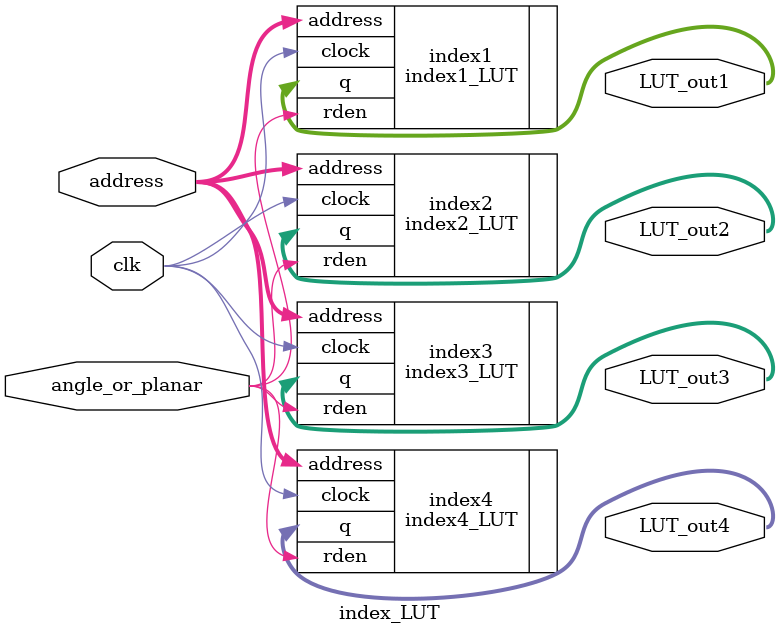
<source format=v>
module index_LUT
(
	input				clk,
	input				angle_or_planar,
	input [8:0]		address,
	
	output [7:0]	LUT_out1,
	output [7:0]	LUT_out2,
	output [7:0]	LUT_out3,
	output [7:0]	LUT_out4
);
	
	index1_LUT index1(
		.clock(clk),
		.rden(angle_or_planar),
		.address(address),
		
		.q(LUT_out1)
		);
		
	index2_LUT index2(
		.clock(clk),
		.rden(angle_or_planar),
		.address(address),
		
		.q(LUT_out2)
		);
		
	index3_LUT index3(
		.clock(clk),
		.rden(angle_or_planar),
		.address(address),
		
		.q(LUT_out3)
		);
		
	index4_LUT index4(
		.clock(clk),
		.rden(angle_or_planar),
		.address(address),
			
		.q(LUT_out4)
		);
endmodule
	
</source>
